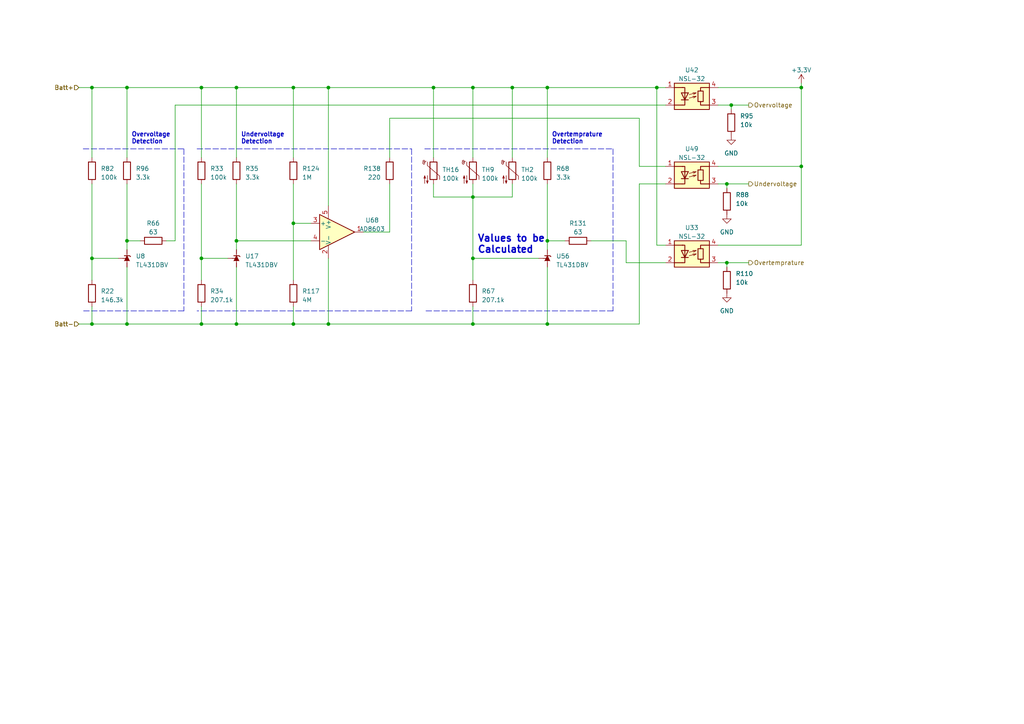
<source format=kicad_sch>
(kicad_sch (version 20230121) (generator eeschema)
  (paper "A4")
  (lib_symbols
    (symbol "Amplifier_Operational:AD8603" (pin_names (offset 0.127))
      (property "Reference" "U" (at 0 5.08 0))
      (property "Value" "AD8603" (at 0 -5.08 0))
      (symbol "AD8603_0_1"
        (polyline (pts (xy -5.08 5.08) (xy 5.08 0) (xy -5.08 -5.08) (xy -5.08 5.08)) (stroke (width 0.254)) (fill (type background)))
        (pin power_in line (at -2.54 -7.62 90) (length 3.81) (name "V-") (number "2"))
        (pin power_in line (at -2.54 7.62 270) (length 3.81) (name "V+") (number "5"))
      )
      (symbol "AD8603_1_1"
        (pin output line (at 7.62 0 180) (length 2.54) (name "~") (number "1"))
        (pin input line (at -7.62 2.54 0) (length 2.54) (name "+") (number "3"))
        (pin input line (at -7.62 -2.54 0) (length 2.54) (name "-") (number "4"))
      )
    )
    (symbol "Device:R" (pin_numbers hide) (pin_names (offset 0))
      (property "Reference" "R" (at 2.032 0 90))
      (property "Value" "R" (at 0 0 90))
      (symbol "R_0_1"
        (rectangle (start -1.016 -2.54) (end 1.016 2.54) (stroke (width 0.254)))
      )
      (symbol "R_1_1"
        (pin passive line (at 0 3.81 270) (length 1.27) (name "~") (number "1"))
        (pin passive line (at 0 -3.81 90) (length 1.27) (name "~") (number "2"))
      )
    )
    (symbol "Device:Thermistor_NTC" (pin_numbers hide) (pin_names (offset 0))
      (property "Reference" "TH" (at -4.445 0 90))
      (property "Value" "Thermistor_NTC" (at 3.175 0 90))
      (symbol "Thermistor_NTC_0_1"
        (arc (start -3.048 2.159) (mid -3.0495 2.3143) (end -3.175 2.413))
        (arc (start -3.048 2.159) (mid -2.9736 1.9794) (end -2.794 1.905))
        (arc (start -3.048 2.794) (mid -2.9736 2.6144) (end -2.794 2.54))
        (arc (start -2.794 1.905) (mid -2.6144 1.9794) (end -2.54 2.159))
        (arc (start -2.794 2.54) (mid -2.4393 2.5587) (end -2.159 2.794))
        (arc (start -2.794 3.048) (mid -2.9736 2.9736) (end -3.048 2.794))
        (arc (start -2.54 2.794) (mid -2.6144 2.9736) (end -2.794 3.048))
        (rectangle (start -1.016 2.54) (end 1.016 -2.54) (stroke (width 0.254)))
        (polyline (pts (xy -2.54 2.159) (xy -2.54 2.794)))
        (polyline (pts (xy -1.778 2.54) (xy -1.778 1.524) (xy 1.778 -1.524) (xy 1.778 -2.54)))
        (polyline (pts (xy -2.54 -3.683) (xy -2.54 -1.397) (xy -2.794 -2.159) (xy -2.286 -2.159) (xy -2.54 -1.397) (xy -2.54 -1.651)) (fill (type outline)))
        (polyline (pts (xy -1.778 -1.397) (xy -1.778 -3.683) (xy -2.032 -2.921) (xy -1.524 -2.921) (xy -1.778 -3.683) (xy -1.778 -3.429)) (fill (type outline)))
      )
      (symbol "Thermistor_NTC_1_1"
        (pin passive line (at 0 3.81 270) (length 1.27) (name "~") (number "1"))
        (pin passive line (at 0 -3.81 90) (length 1.27) (name "~") (number "2"))
      )
    )
    (symbol "Isolator:NSL-32" (pin_names (offset 0.762) hide)
      (property "Reference" "U" (at 0 5.08 0))
      (property "Value" "NSL-32" (at 0 -5.08 0))
      (symbol "NSL-32_0_1"
        (rectangle (start -5.08 3.81) (end 5.08 -3.81) (stroke (width 0.254)) (fill (type background)))
        (polyline (pts (xy -5.08 2.54) (xy -2.54 2.54)) (stroke (width 0.254)))
        (polyline (pts (xy -2.794 -2.54) (xy -5.08 -2.54)) (stroke (width 0.254)))
        (polyline (pts (xy -1.016 -1.016) (xy -3.048 -1.016) (xy -3.048 -1.016)) (stroke (width 0.254)))
        (polyline (pts (xy -0.762 -0.508) (xy 1.27 0) (xy 1.27 0)))
        (polyline (pts (xy -0.762 0.508) (xy 1.27 1.016) (xy 1.27 1.016)))
        (polyline (pts (xy 2.54 -1.524) (xy 2.54 -2.54) (xy 5.08 -2.54)) (stroke (width 0.254)))
        (polyline (pts (xy 2.54 1.524) (xy 2.54 2.54) (xy 5.08 2.54)) (stroke (width 0.254)))
        (polyline (pts (xy -2.794 -2.54) (xy -2.032 -2.54) (xy -2.032 2.54) (xy -2.794 2.54)) (stroke (width 0.254)))
        (polyline (pts (xy 0.254 0) (xy 1.27 0) (xy 0.508 -0.508) (xy 0.508 -0.508)))
        (polyline (pts (xy 0.254 1.016) (xy 1.27 1.016) (xy 0.508 0.508) (xy 0.508 0.508)))
        (polyline (pts (xy -1.016 1.016) (xy -3.048 1.016) (xy -2.032 -1.016) (xy -1.016 1.016) (xy -1.016 1.016) (xy -1.016 1.016)) (stroke (width 0.254)))
        (rectangle (start 1.778 1.524) (end 3.302 -1.524) (stroke (width 0.254)))
      )
      (symbol "NSL-32_1_1"
        (pin passive line (at -7.62 2.54 0) (length 2.54) (name "A") (number "1"))
        (pin passive line (at -7.62 -2.54 0) (length 2.54) (name "K") (number "2"))
        (pin passive line (at 7.62 -2.54 180) (length 2.54) (name "R") (number "3"))
        (pin passive line (at 7.62 2.54 180) (length 2.54) (name "R") (number "4"))
      )
    )
    (symbol "Reference_Voltage:TL431DBV" (pin_numbers hide) (pin_names hide)
      (property "Reference" "U" (at 0 -2.54 0))
      (property "Value" "TL431DBV" (at 0 -4.445 0))
      (symbol "TL431DBV_0_1"
        (polyline (pts (xy -2.54 0) (xy 0 0) (xy 2.54 0)))
        (polyline (pts (xy -0.762 0.762) (xy 0.762 0) (xy -0.762 -0.762)) (fill (type outline)))
        (polyline (pts (xy 0.508 -1.016) (xy 0.762 -0.762) (xy 0.762 0.762) (xy 0.762 0.762)) (stroke (width 0.254)))
      )
      (symbol "TL431DBV_1_1"
        (polyline (pts (xy 0 1.27) (xy 0 0)))
        (pin passive line (at 2.54 0 180) (length 1.27) (name "K") (number "3"))
        (pin passive line (at 0 2.54 270) (length 2.54) (name "REF") (number "4"))
        (pin passive line (at -2.54 0 0) (length 1.27) (name "A") (number "5"))
      )
    )
    (symbol "power:+3.3V" (power) (pin_names (offset 0))
      (property "Value" "+3.3V" (at 0 3.556 0))
      (symbol "+3.3V_0_1"
        (polyline (pts (xy -0.762 1.27) (xy 0 2.54)))
        (polyline (pts (xy 0 0) (xy 0 2.54)))
        (polyline (pts (xy 0 2.54) (xy 0.762 1.27)))
      )
      (symbol "+3.3V_1_1"
        (pin power_in line (at 0 0 90) (length 0) hide (name "+3.3V") (number "1"))
      )
    )
    (symbol "power:GND" (power) (pin_names (offset 0))
      (property "Value" "GND" (at 0 -3.81 0))
      (symbol "GND_0_1"
        (polyline (pts (xy 0 0) (xy 0 -1.27) (xy 1.27 -1.27) (xy 0 -2.54) (xy -1.27 -1.27) (xy 0 -1.27)))
      )
      (symbol "GND_1_1"
        (pin power_in line (at 0 0 270) (length 0) hide (name "GND") (number "1"))
      )
    )
  )
  (junction (at 232.41 48.26))
  (junction (at 190.5 25.4))
  (junction (at 212.09 30.48))
  (junction (at 158.75 69.85))
  (junction (at 68.58 69.85))
  (junction (at 85.09 93.98))
  (junction (at 232.41 25.4))
  (junction (at 148.59 25.4))
  (junction (at 125.73 25.4))
  (junction (at 95.25 25.4))
  (junction (at 26.67 74.93))
  (junction (at 68.58 93.98))
  (junction (at 210.82 53.34))
  (junction (at 85.09 25.4))
  (junction (at 36.83 69.85))
  (junction (at 26.67 93.98))
  (junction (at 137.16 57.15))
  (junction (at 68.58 25.4))
  (junction (at 36.83 93.98))
  (junction (at 137.16 74.93))
  (junction (at 58.42 93.98))
  (junction (at 36.83 25.4))
  (junction (at 158.75 93.98))
  (junction (at 210.82 76.2))
  (junction (at 58.42 74.93))
  (junction (at 26.67 25.4))
  (junction (at 85.09 64.77))
  (junction (at 158.75 25.4))
  (junction (at 137.16 25.4))
  (junction (at 95.25 93.98))
  (junction (at 58.42 25.4))
  (junction (at 137.16 93.98))
  (wire (pts (xy 232.41 25.4) (xy 208.28 25.4)))
  (wire (pts (xy 85.09 93.98) (xy 95.25 93.98)))
  (wire (pts (xy 193.04 48.26) (xy 185.42 48.26)))
  (wire (pts (xy 26.67 88.9) (xy 26.67 93.98)))
  (wire (pts (xy 212.09 30.48) (xy 217.17 30.48)))
  (wire (pts (xy 137.16 25.4) (xy 137.16 45.72)))
  (wire (pts (xy 48.26 69.85) (xy 50.8 69.85)))
  (wire (pts (xy 232.41 48.26) (xy 208.28 48.26)))
  (wire (pts (xy 208.28 71.12) (xy 232.41 71.12)))
  (wire (pts (xy 125.73 25.4) (xy 137.16 25.4)))
  (wire (pts (xy 208.28 30.48) (xy 212.09 30.48)))
  (wire (pts (xy 190.5 25.4) (xy 193.04 25.4)))
  (polyline (pts (xy 119.38 90.17) (xy 57.15 90.17)) (stroke (width 0) (type dash)))
  (polyline (pts (xy 57.15 43.18) (xy 119.38 43.18)) (stroke (width 0) (type dash)))
  (wire (pts (xy 85.09 64.77) (xy 85.09 81.28)))
  (wire (pts (xy 158.75 53.34) (xy 158.75 69.85)))
  (polyline (pts (xy 53.34 43.18) (xy 53.34 90.17)) (stroke (width 0) (type dash)))
  (wire (pts (xy 36.83 69.85) (xy 36.83 72.39)))
  (wire (pts (xy 68.58 93.98) (xy 85.09 93.98)))
  (wire (pts (xy 137.16 57.15) (xy 137.16 53.34)))
  (wire (pts (xy 210.82 76.2) (xy 217.17 76.2)))
  (wire (pts (xy 95.25 93.98) (xy 137.16 93.98)))
  (wire (pts (xy 58.42 25.4) (xy 68.58 25.4)))
  (wire (pts (xy 68.58 69.85) (xy 90.17 69.85)))
  (wire (pts (xy 85.09 53.34) (xy 85.09 64.77)))
  (wire (pts (xy 158.75 69.85) (xy 158.75 72.39)))
  (wire (pts (xy 26.67 25.4) (xy 26.67 45.72)))
  (wire (pts (xy 210.82 53.34) (xy 217.17 53.34)))
  (wire (pts (xy 125.73 25.4) (xy 125.73 45.72)))
  (wire (pts (xy 212.09 30.48) (xy 212.09 31.75)))
  (wire (pts (xy 95.25 25.4) (xy 95.25 59.69)))
  (wire (pts (xy 208.28 76.2) (xy 210.82 76.2)))
  (polyline (pts (xy 177.8 90.17) (xy 123.19 90.17)) (stroke (width 0) (type dash)))
  (wire (pts (xy 137.16 93.98) (xy 158.75 93.98)))
  (wire (pts (xy 137.16 57.15) (xy 137.16 74.93)))
  (wire (pts (xy 50.8 69.85) (xy 50.8 30.48)))
  (wire (pts (xy 181.61 76.2) (xy 193.04 76.2)))
  (polyline (pts (xy 53.34 90.17) (xy 24.13 90.17)) (stroke (width 0) (type dash)))
  (wire (pts (xy 125.73 57.15) (xy 125.73 53.34)))
  (wire (pts (xy 36.83 53.34) (xy 36.83 69.85)))
  (wire (pts (xy 26.67 74.93) (xy 34.29 74.93)))
  (wire (pts (xy 137.16 57.15) (xy 125.73 57.15)))
  (wire (pts (xy 158.75 69.85) (xy 163.83 69.85)))
  (wire (pts (xy 232.41 25.4) (xy 232.41 48.26)))
  (wire (pts (xy 137.16 88.9) (xy 137.16 93.98)))
  (wire (pts (xy 85.09 64.77) (xy 90.17 64.77)))
  (wire (pts (xy 137.16 81.28) (xy 137.16 74.93)))
  (wire (pts (xy 36.83 25.4) (xy 36.83 45.72)))
  (wire (pts (xy 58.42 74.93) (xy 66.04 74.93)))
  (wire (pts (xy 36.83 25.4) (xy 58.42 25.4)))
  (wire (pts (xy 185.42 48.26) (xy 185.42 34.29)))
  (wire (pts (xy 190.5 25.4) (xy 190.5 71.12)))
  (wire (pts (xy 58.42 53.34) (xy 58.42 74.93)))
  (wire (pts (xy 137.16 74.93) (xy 156.21 74.93)))
  (wire (pts (xy 22.86 93.98) (xy 26.67 93.98)))
  (wire (pts (xy 208.28 53.34) (xy 210.82 53.34)))
  (wire (pts (xy 85.09 88.9) (xy 85.09 93.98)))
  (wire (pts (xy 36.83 69.85) (xy 40.64 69.85)))
  (wire (pts (xy 158.75 25.4) (xy 190.5 25.4)))
  (wire (pts (xy 185.42 93.98) (xy 158.75 93.98)))
  (wire (pts (xy 148.59 53.34) (xy 148.59 57.15)))
  (wire (pts (xy 137.16 25.4) (xy 148.59 25.4)))
  (wire (pts (xy 95.25 25.4) (xy 125.73 25.4)))
  (wire (pts (xy 210.82 76.2) (xy 210.82 77.47)))
  (wire (pts (xy 181.61 69.85) (xy 181.61 76.2)))
  (wire (pts (xy 26.67 25.4) (xy 36.83 25.4)))
  (wire (pts (xy 105.41 67.31) (xy 113.03 67.31)))
  (wire (pts (xy 58.42 88.9) (xy 58.42 93.98)))
  (wire (pts (xy 193.04 53.34) (xy 185.42 53.34)))
  (wire (pts (xy 58.42 93.98) (xy 68.58 93.98)))
  (wire (pts (xy 36.83 93.98) (xy 58.42 93.98)))
  (wire (pts (xy 50.8 30.48) (xy 193.04 30.48)))
  (wire (pts (xy 36.83 77.47) (xy 36.83 93.98)))
  (wire (pts (xy 158.75 77.47) (xy 158.75 93.98)))
  (wire (pts (xy 232.41 71.12) (xy 232.41 48.26)))
  (wire (pts (xy 171.45 69.85) (xy 181.61 69.85)))
  (wire (pts (xy 58.42 81.28) (xy 58.42 74.93)))
  (wire (pts (xy 85.09 25.4) (xy 95.25 25.4)))
  (wire (pts (xy 210.82 53.34) (xy 210.82 54.61)))
  (wire (pts (xy 68.58 53.34) (xy 68.58 69.85)))
  (wire (pts (xy 190.5 71.12) (xy 193.04 71.12)))
  (wire (pts (xy 113.03 45.72) (xy 113.03 34.29)))
  (wire (pts (xy 68.58 77.47) (xy 68.58 93.98)))
  (polyline (pts (xy 177.8 43.18) (xy 177.8 90.17)) (stroke (width 0) (type dash)))
  (wire (pts (xy 26.67 53.34) (xy 26.67 74.93)))
  (wire (pts (xy 185.42 53.34) (xy 185.42 93.98)))
  (wire (pts (xy 232.41 24.13) (xy 232.41 25.4)))
  (wire (pts (xy 85.09 25.4) (xy 85.09 45.72)))
  (wire (pts (xy 113.03 34.29) (xy 185.42 34.29)))
  (wire (pts (xy 95.25 74.93) (xy 95.25 93.98)))
  (polyline (pts (xy 24.13 43.18) (xy 53.34 43.18)) (stroke (width 0) (type dash)))
  (wire (pts (xy 148.59 57.15) (xy 137.16 57.15)))
  (wire (pts (xy 148.59 25.4) (xy 158.75 25.4)))
  (wire (pts (xy 26.67 81.28) (xy 26.67 74.93)))
  (polyline (pts (xy 123.19 43.18) (xy 177.8 43.18)) (stroke (width 0) (type dash)))
  (wire (pts (xy 68.58 69.85) (xy 68.58 72.39)))
  (wire (pts (xy 68.58 25.4) (xy 68.58 45.72)))
  (wire (pts (xy 148.59 25.4) (xy 148.59 45.72)))
  (polyline (pts (xy 119.38 43.18) (xy 119.38 90.17)) (stroke (width 0) (type dash)))
  (wire (pts (xy 58.42 25.4) (xy 58.42 45.72)))
  (wire (pts (xy 113.03 67.31) (xy 113.03 53.34)))
  (wire (pts (xy 158.75 25.4) (xy 158.75 45.72)))
  (wire (pts (xy 22.86 25.4) (xy 26.67 25.4)))
  (wire (pts (xy 68.58 25.4) (xy 85.09 25.4)))
  (wire (pts (xy 26.67 93.98) (xy 36.83 93.98)))
  (text "Undervoltage\nDetection\n" (at 69.85 41.91 0) (effects (font (size 1.27 1.27) bold) (justify left bottom)))
  (text "Overvoltage \nDetection" (at 38.1 41.91 0) (effects (font (size 1.27 1.27) (thickness 0.254) bold) (justify left bottom)))
  (text "Values to be\nCalculated" (at 138.43 73.66 0) (effects (font (size 2 2) bold) (justify left bottom)))
  (text "Overtemprature\nDetection\n" (at 160.02 41.91 0) (effects (font (size 1.27 1.27) bold) (justify left bottom)))
  (hierarchical_label "Batt-" (shape input) (at 22.86 93.98 180))
  (hierarchical_label "Undervoltage" (shape output) (at 217.17 53.34 0))
  (hierarchical_label "Overtemprature" (shape output) (at 217.17 76.2 0))
  (hierarchical_label "Overvoltage" (shape output) (at 217.17 30.48 0))
  (hierarchical_label "Batt+" (shape input) (at 22.86 25.4 180))
  (hierarchical_label "Batt+" (shape input) (at 22.86 25.4 180))
  (hierarchical_label "Batt-" (shape input) (at 22.86 93.98 180))
  (symbol (lib_id "Amplifier_Operational:AD8603") (at 97.79 67.31 0) (unit 1)
    (property "Reference" "U68" (at 107.95 63.8811 0))
    (property "Value" "AD8603" (at 107.95 66.4211 0))
    (property "Footprint" "Package_TO_SOT_SMD:TSOT-23-5" (effects hide))
    (property "Datasheet" "https://www.analog.com/media/en/technical-documentation/data-sheets/AD8603_8607_8609.pdf" (effects hide))
    (instances (project "Parent" (path "" (reference "U68") (unit 1)) (path "" (reference "U12") (unit 1)) (path "" (reference "U25") (unit 1)) (path "" (reference "U39") (unit 1)) (path "" (reference "U47") (unit 1)) (path "" (reference "U55") (unit 1)) (path "" (reference "U69") (unit 1)) (path "" (reference "U83") (unit 1)) (path "" (reference "U76") (unit 1))))
  )
  (symbol (lib_id "Device:R") (at 158.75 49.53 0) (unit 1)
    (property "Reference" "R68" (at 161.29 48.895 0) (effects (justify left)))
    (property "Value" "3.3k" (at 161.29 51.435 0) (effects (justify left)))
    (instances (project "Parent" (path "" (reference "R68") (unit 1)) (path "" (reference "R38") (unit 1)) (path "" (reference "R54") (unit 1)) (path "" (reference "R83") (unit 1)) (path "" (reference "R102") (unit 1)) (path "" (reference "R120") (unit 1)) (path "" (reference "R139") (unit 1)) (path "" (reference "R171") (unit 1)) (path "" (reference "R155") (unit 1))))
  )
  (symbol (lib_id "Device:R") (at 137.16 85.09 0) (unit 1)
    (property "Reference" "R67" (at 139.7 84.455 0) (effects (justify left)))
    (property "Value" "207.1k" (at 139.7 86.995 0) (effects (justify left)))
    (instances (project "Parent" (path "" (reference "R67") (unit 1)) (path "" (reference "R37") (unit 1)) (path "" (reference "R53") (unit 1)) (path "" (reference "R81") (unit 1)) (path "" (reference "R101") (unit 1)) (path "" (reference "R119") (unit 1)) (path "" (reference "R137") (unit 1)) (path "" (reference "R170") (unit 1)) (path "" (reference "R154") (unit 1))))
  )
  (symbol (lib_id "Device:R") (at 210.82 58.42 0) (unit 1)
    (property "Reference" "R88" (at 213.36 56.515 0) (effects (justify left)))
    (property "Value" "10k" (at 213.36 59.055 0) (effects (justify left)))
    (instances (project "Parent" (path "" (reference "R88") (unit 1)) (path "" (reference "R40") (unit 1)) (path "" (reference "R56") (unit 1)) (path "" (reference "R85") (unit 1)) (path "" (reference "R104") (unit 1)) (path "" (reference "R122") (unit 1)) (path "" (reference "R141") (unit 1)) (path "" (reference "R173") (unit 1)) (path "" (reference "R157") (unit 1))))
  )
  (symbol (lib_id "Device:R") (at 26.67 49.53 0) (unit 1)
    (property "Reference" "R82" (at 29.21 48.895 0) (effects (justify left)))
    (property "Value" "100k" (at 29.21 51.435 0) (effects (justify left)))
    (instances (project "Parent" (path "" (reference "R82") (unit 1)) (path "" (reference "R21") (unit 1)) (path "" (reference "R43") (unit 1)) (path "" (reference "R59") (unit 1)) (path "" (reference "R89") (unit 1)) (path "" (reference "R107") (unit 1)) (path "" (reference "R126") (unit 1)) (path "" (reference "R160") (unit 1)) (path "" (reference "R144") (unit 1))))
  )
  (symbol (lib_id "Isolator:NSL-32") (at 200.66 50.8 0) (unit 1)
    (property "Reference" "U49" (at 200.66 43.18 0))
    (property "Value" "NSL-32" (at 200.66 45.72 0))
    (property "Footprint" "OptoDevice:Luna_NSL-32" (effects hide))
    (property "Datasheet" "http://lunainc.com/wp-content/uploads/2016/06/NSL-32.pdf" (effects hide))
    (instances (project "Parent" (path "" (reference "U49") (unit 1)) (path "" (reference "U18") (unit 1)) (path "" (reference "U32") (unit 1)) (path "" (reference "U43") (unit 1)) (path "" (reference "U51") (unit 1)) (path "" (reference "U64") (unit 1)) (path "" (reference "U72") (unit 1)) (path "" (reference "U86") (unit 1)) (path "" (reference "U79") (unit 1))))
  )
  (symbol (lib_id "Device:R") (at 68.58 49.53 0) (unit 1)
    (property "Reference" "R35" (at 71.12 48.895 0) (effects (justify left)))
    (property "Value" "3.3k" (at 71.12 51.435 0) (effects (justify left)))
    (instances (project "Parent" (path "" (reference "R35") (unit 1)) (path "" (reference "R30") (unit 1)) (path "" (reference "R49") (unit 1)) (path "" (reference "R65") (unit 1)) (path "" (reference "R97") (unit 1)) (path "" (reference "R114") (unit 1)) (path "" (reference "R133") (unit 1)) (path "" (reference "R166") (unit 1)) (path "" (reference "R150") (unit 1))))
  )
  (symbol (lib_id "Device:R") (at 44.45 69.85 90) (unit 1)
    (property "Reference" "R66" (at 44.45 64.77 90))
    (property "Value" "63" (at 44.45 67.31 90))
    (instances (project "Parent" (path "" (reference "R66") (unit 1)) (path "" (reference "R26") (unit 1)) (path "" (reference "R46") (unit 1)) (path "" (reference "R62") (unit 1)) (path "" (reference "R92") (unit 1)) (path "" (reference "R111") (unit 1)) (path "" (reference "R129") (unit 1)) (path "" (reference "R163") (unit 1)) (path "" (reference "R147") (unit 1))))
  )
  (symbol (lib_id "Reference_Voltage:TL431DBV") (at 158.75 74.93 90) (unit 1)
    (property "Reference" "U56" (at 161.29 74.295 90) (effects (justify right)))
    (property "Value" "TL431DBV" (at 161.29 76.835 90) (effects (justify right)))
    (property "Footprint" "Package_TO_SOT_SMD:SOT-23-5" (effects hide))
    (property "Datasheet" "http://www.ti.com/lit/ds/symlink/tl431.pdf" (effects hide))
    (instances (project "Parent" (path "" (reference "U56") (unit 1)) (path "" (reference "U13") (unit 1)) (path "" (reference "U27") (unit 1)) (path "" (reference "U40") (unit 1)) (path "" (reference "U48") (unit 1)) (path "" (reference "U60") (unit 1)) (path "" (reference "U70") (unit 1)) (path "" (reference "U84") (unit 1)) (path "" (reference "U77") (unit 1))))
  )
  (symbol (lib_id "power:GND") (at 212.09 39.37 0) (unit 1)
    (property "Reference" "#PWR050" (effects hide))
    (property "Value" "GND" (at 212.09 44.45 0))
    (instances (project "Parent" (path "" (reference "#PWR050") (unit 1)) (path "" (reference "#PWR038") (unit 1)) (path "" (reference "#PWR042") (unit 1)) (path "" (reference "#PWR047") (unit 1)) (path "" (reference "#PWR052") (unit 1)) (path "" (reference "#PWR056") (unit 1)) (path "" (reference "#PWR061") (unit 1)) (path "" (reference "#PWR070") (unit 1)) (path "" (reference "#PWR066") (unit 1))))
  )
  (symbol (lib_id "Device:Thermistor_NTC") (at 148.59 49.53 0) (unit 1)
    (property "Reference" "TH2" (at 151.13 49.2125 0) (effects (justify left)))
    (property "Value" "100k" (at 151.13 51.7525 0) (effects (justify left)))
    (instances (project "Parent" (path "" (reference "TH2") (unit 1)) (path "" (reference "TH4") (unit 1)) (path "" (reference "TH7") (unit 1)) (path "" (reference "TH11") (unit 1)) (path "" (reference "TH14") (unit 1)) (path "" (reference "TH18") (unit 1)) (path "" (reference "TH21") (unit 1)) (path "" (reference "TH27") (unit 1)) (path "" (reference "TH24") (unit 1))))
  )
  (symbol (lib_id "Device:R") (at 85.09 85.09 0) (unit 1)
    (property "Reference" "R117" (at 87.63 84.455 0) (effects (justify left)))
    (property "Value" "4M" (at 87.63 86.995 0) (effects (justify left)))
    (instances (project "Parent" (path "" (reference "R117") (unit 1)) (path "" (reference "R32") (unit 1)) (path "" (reference "R51") (unit 1)) (path "" (reference "R71") (unit 1)) (path "" (reference "R99") (unit 1)) (path "" (reference "R116") (unit 1)) (path "" (reference "R135") (unit 1)) (path "" (reference "R168") (unit 1)) (path "" (reference "R152") (unit 1))))
  )
  (symbol (lib_id "power:GND") (at 210.82 85.09 0) (unit 1)
    (property "Reference" "#PWR057" (effects hide))
    (property "Value" "GND" (at 210.82 90.17 0))
    (instances (project "Parent" (path "" (reference "#PWR057") (unit 1)) (path "" (reference "#PWR037") (unit 1)) (path "" (reference "#PWR041") (unit 1)) (path "" (reference "#PWR046") (unit 1)) (path "" (reference "#PWR051") (unit 1)) (path "" (reference "#PWR055") (unit 1)) (path "" (reference "#PWR060") (unit 1)) (path "" (reference "#PWR069") (unit 1)) (path "" (reference "#PWR065") (unit 1))))
  )
  (symbol (lib_id "Device:R") (at 36.83 49.53 0) (unit 1)
    (property "Reference" "R96" (at 39.37 48.895 0) (effects (justify left)))
    (property "Value" "3.3k" (at 39.37 51.435 0) (effects (justify left)))
    (instances (project "Parent" (path "" (reference "R96") (unit 1)) (path "" (reference "R25") (unit 1)) (path "" (reference "R45") (unit 1)) (path "" (reference "R61") (unit 1)) (path "" (reference "R91") (unit 1)) (path "" (reference "R109") (unit 1)) (path "" (reference "R128") (unit 1)) (path "" (reference "R162") (unit 1)) (path "" (reference "R146") (unit 1))))
  )
  (symbol (lib_id "Reference_Voltage:TL431DBV") (at 36.83 74.93 90) (unit 1)
    (property "Reference" "U8" (at 39.37 74.295 90) (effects (justify right)))
    (property "Value" "TL431DBV" (at 39.37 76.835 90) (effects (justify right)))
    (property "Footprint" "Package_TO_SOT_SMD:SOT-23-5" (effects hide))
    (property "Datasheet" "http://www.ti.com/lit/ds/symlink/tl431.pdf" (effects hide))
    (instances (project "Parent" (path "" (reference "U8") (unit 1)) (path "" (reference "U7") (unit 1)) (path "" (reference "U22") (unit 1)) (path "" (reference "U37") (unit 1)) (path "" (reference "U45") (unit 1)) (path "" (reference "U53") (unit 1)) (path "" (reference "U66") (unit 1)) (path "" (reference "U81") (unit 1)) (path "" (reference "U74") (unit 1))))
  )
  (symbol (lib_id "Device:Thermistor_NTC") (at 125.73 49.53 0) (unit 1)
    (property "Reference" "TH16" (at 128.27 49.2125 0) (effects (justify left)))
    (property "Value" "100k" (at 128.27 51.7525 0) (effects (justify left)))
    (instances (project "Parent" (path "" (reference "TH16") (unit 1)) (path "" (reference "TH1") (unit 1)) (path "" (reference "TH5") (unit 1)) (path "" (reference "TH8") (unit 1)) (path "" (reference "TH12") (unit 1)) (path "" (reference "TH15") (unit 1)) (path "" (reference "TH19") (unit 1)) (path "" (reference "TH25") (unit 1)) (path "" (reference "TH22") (unit 1))))
  )
  (symbol (lib_id "Device:R") (at 212.09 35.56 0) (unit 1)
    (property "Reference" "R95" (at 214.63 33.655 0) (effects (justify left)))
    (property "Value" "10k" (at 214.63 36.195 0) (effects (justify left)))
    (instances (project "Parent" (path "" (reference "R95") (unit 1)) (path "" (reference "R42") (unit 1)) (path "" (reference "R58") (unit 1)) (path "" (reference "R87") (unit 1)) (path "" (reference "R106") (unit 1)) (path "" (reference "R125") (unit 1)) (path "" (reference "R143") (unit 1)) (path "" (reference "R175") (unit 1)) (path "" (reference "R159") (unit 1))))
  )
  (symbol (lib_id "power:GND") (at 210.82 62.23 0) (unit 1)
    (property "Reference" "#PWR043" (effects hide))
    (property "Value" "GND" (at 210.82 67.31 0))
    (instances (project "Parent" (path "" (reference "#PWR043") (unit 1)) (path "" (reference "#PWR035") (unit 1)) (path "" (reference "#PWR040") (unit 1)) (path "" (reference "#PWR045") (unit 1)) (path "" (reference "#PWR049") (unit 1)) (path "" (reference "#PWR054") (unit 1)) (path "" (reference "#PWR059") (unit 1)) (path "" (reference "#PWR068") (unit 1)) (path "" (reference "#PWR064") (unit 1))))
  )
  (symbol (lib_id "Reference_Voltage:TL431DBV") (at 68.58 74.93 90) (unit 1)
    (property "Reference" "U17" (at 71.12 74.295 90) (effects (justify right)))
    (property "Value" "TL431DBV" (at 71.12 76.835 90) (effects (justify right)))
    (property "Footprint" "Package_TO_SOT_SMD:SOT-23-5" (effects hide))
    (property "Datasheet" "http://www.ti.com/lit/ds/symlink/tl431.pdf" (effects hide))
    (instances (project "Parent" (path "" (reference "U17") (unit 1)) (path "" (reference "U11") (unit 1)) (path "" (reference "U24") (unit 1)) (path "" (reference "U38") (unit 1)) (path "" (reference "U46") (unit 1)) (path "" (reference "U54") (unit 1)) (path "" (reference "U67") (unit 1)) (path "" (reference "U82") (unit 1)) (path "" (reference "U75") (unit 1))))
  )
  (symbol (lib_id "Device:R") (at 210.82 81.28 0) (unit 1)
    (property "Reference" "R110" (at 213.36 79.375 0) (effects (justify left)))
    (property "Value" "10k" (at 213.36 81.915 0) (effects (justify left)))
    (instances (project "Parent" (path "" (reference "R110") (unit 1)) (path "" (reference "R41") (unit 1)) (path "" (reference "R57") (unit 1)) (path "" (reference "R86") (unit 1)) (path "" (reference "R105") (unit 1)) (path "" (reference "R123") (unit 1)) (path "" (reference "R142") (unit 1)) (path "" (reference "R174") (unit 1)) (path "" (reference "R158") (unit 1))))
  )
  (symbol (lib_id "Device:Thermistor_NTC") (at 137.16 49.53 0) (unit 1)
    (property "Reference" "TH9" (at 139.7 49.2125 0) (effects (justify left)))
    (property "Value" "100k" (at 139.7 51.7525 0) (effects (justify left)))
    (instances (project "Parent" (path "" (reference "TH9") (unit 1)) (path "" (reference "TH3") (unit 1)) (path "" (reference "TH6") (unit 1)) (path "" (reference "TH10") (unit 1)) (path "" (reference "TH13") (unit 1)) (path "" (reference "TH17") (unit 1)) (path "" (reference "TH20") (unit 1)) (path "" (reference "TH26") (unit 1)) (path "" (reference "TH23") (unit 1))))
  )
  (symbol (lib_id "power:+3.3V") (at 232.41 24.13 0) (unit 1)
    (property "Reference" "#PWR036" (effects hide))
    (property "Value" "+3.3V" (at 232.41 20.32 0))
    (instances (project "Parent" (path "" (reference "#PWR036") (unit 1)) (path "" (reference "#PWR039") (unit 1)) (path "" (reference "#PWR044") (unit 1)) (path "" (reference "#PWR048") (unit 1)) (path "" (reference "#PWR053") (unit 1)) (path "" (reference "#PWR058") (unit 1)) (path "" (reference "#PWR062") (unit 1)) (path "" (reference "#PWR071") (unit 1)) (path "" (reference "#PWR067") (unit 1))))
  )
  (symbol (lib_id "Isolator:NSL-32") (at 200.66 27.94 0) (unit 1)
    (property "Reference" "U42" (at 200.66 20.32 0))
    (property "Value" "NSL-32" (at 200.66 22.86 0))
    (property "Footprint" "OptoDevice:Luna_NSL-32" (effects hide))
    (property "Datasheet" "http://lunainc.com/wp-content/uploads/2016/06/NSL-32.pdf" (effects hide))
    (instances (project "Parent" (path "" (reference "U42") (unit 1)) (path "" (reference "U14") (unit 1)) (path "" (reference "U30") (unit 1)) (path "" (reference "U41") (unit 1)) (path "" (reference "U50") (unit 1)) (path "" (reference "U61") (unit 1)) (path "" (reference "U71") (unit 1)) (path "" (reference "U85") (unit 1)) (path "" (reference "U78") (unit 1))))
  )
  (symbol (lib_id "Isolator:NSL-32") (at 200.66 73.66 0) (unit 1)
    (property "Reference" "U33" (at 200.66 66.04 0))
    (property "Value" "NSL-32" (at 200.66 68.58 0))
    (property "Footprint" "OptoDevice:Luna_NSL-32" (effects hide))
    (property "Datasheet" "http://lunainc.com/wp-content/uploads/2016/06/NSL-32.pdf" (effects hide))
    (instances (project "Parent" (path "" (reference "U33") (unit 1)) (path "" (reference "U19") (unit 1)) (path "" (reference "U36") (unit 1)) (path "" (reference "U44") (unit 1)) (path "" (reference "U52") (unit 1)) (path "" (reference "U65") (unit 1)) (path "" (reference "U73") (unit 1)) (path "" (reference "U87") (unit 1)) (path "" (reference "U80") (unit 1))))
  )
  (symbol (lib_id "Device:R") (at 167.64 69.85 90) (unit 1)
    (property "Reference" "R131" (at 167.64 64.77 90))
    (property "Value" "63" (at 167.64 67.31 90))
    (instances (project "Parent" (path "" (reference "R131") (unit 1)) (path "" (reference "R39") (unit 1)) (path "" (reference "R55") (unit 1)) (path "" (reference "R84") (unit 1)) (path "" (reference "R103") (unit 1)) (path "" (reference "R121") (unit 1)) (path "" (reference "R140") (unit 1)) (path "" (reference "R172") (unit 1)) (path "" (reference "R156") (unit 1))))
  )
  (symbol (lib_id "Device:R") (at 58.42 85.09 0) (unit 1)
    (property "Reference" "R34" (at 60.96 84.455 0) (effects (justify left)))
    (property "Value" "207.1k" (at 60.96 86.995 0) (effects (justify left)))
    (instances (project "Parent" (path "" (reference "R34") (unit 1)) (path "" (reference "R28") (unit 1)) (path "" (reference "R48") (unit 1)) (path "" (reference "R64") (unit 1)) (path "" (reference "R94") (unit 1)) (path "" (reference "R113") (unit 1)) (path "" (reference "R132") (unit 1)) (path "" (reference "R165") (unit 1)) (path "" (reference "R149") (unit 1))))
  )
  (symbol (lib_id "Device:R") (at 26.67 85.09 0) (unit 1)
    (property "Reference" "R22" (at 29.21 84.455 0) (effects (justify left)))
    (property "Value" "146.3k" (at 29.21 86.995 0) (effects (justify left)))
    (instances (project "Parent" (path "" (reference "R22") (unit 1)) (path "" (reference "R23") (unit 1)) (path "" (reference "R44") (unit 1)) (path "" (reference "R60") (unit 1)) (path "" (reference "R90") (unit 1)) (path "" (reference "R108") (unit 1)) (path "" (reference "R127") (unit 1)) (path "" (reference "R161") (unit 1)) (path "" (reference "R145") (unit 1))))
  )
  (symbol (lib_id "Device:R") (at 58.42 49.53 0) (unit 1)
    (property "Reference" "R33" (at 60.96 48.895 0) (effects (justify left)))
    (property "Value" "100k" (at 60.96 51.435 0) (effects (justify left)))
    (instances (project "Parent" (path "" (reference "R33") (unit 1)) (path "" (reference "R27") (unit 1)) (path "" (reference "R47") (unit 1)) (path "" (reference "R63") (unit 1)) (path "" (reference "R93") (unit 1)) (path "" (reference "R112") (unit 1)) (path "" (reference "R130") (unit 1)) (path "" (reference "R164") (unit 1)) (path "" (reference "R148") (unit 1))))
  )
  (symbol (lib_id "Device:R") (at 85.09 49.53 0) (unit 1)
    (property "Reference" "R124" (at 87.63 48.895 0) (effects (justify left)))
    (property "Value" "1M" (at 87.63 51.435 0) (effects (justify left)))
    (instances (project "Parent" (path "" (reference "R124") (unit 1)) (path "" (reference "R31") (unit 1)) (path "" (reference "R50") (unit 1)) (path "" (reference "R69") (unit 1)) (path "" (reference "R98") (unit 1)) (path "" (reference "R115") (unit 1)) (path "" (reference "R134") (unit 1)) (path "" (reference "R167") (unit 1)) (path "" (reference "R151") (unit 1))))
  )
  (symbol (lib_id "Device:R") (at 113.03 49.53 0) (mirror y) (unit 1)
    (property "Reference" "R138" (at 110.49 48.895 0) (effects (justify left)))
    (property "Value" "220" (at 110.49 51.435 0) (effects (justify left)))
    (instances (project "Parent" (path "" (reference "R138") (unit 1)) (path "" (reference "R36") (unit 1)) (path "" (reference "R52") (unit 1)) (path "" (reference "R73") (unit 1)) (path "" (reference "R100") (unit 1)) (path "" (reference "R118") (unit 1)) (path "" (reference "R136") (unit 1)) (path "" (reference "R169") (unit 1)) (path "" (reference "R153") (unit 1))))
  )
)
</source>
